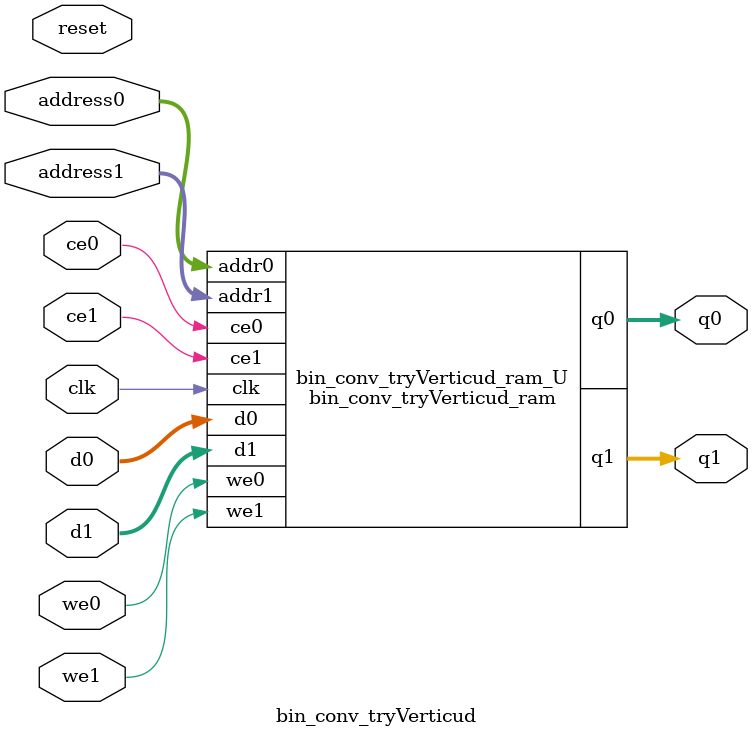
<source format=v>
`timescale 1 ns / 1 ps
module bin_conv_tryVerticud_ram (addr0, ce0, d0, we0, q0, addr1, ce1, d1, we1, q1,  clk);

parameter DWIDTH = 2;
parameter AWIDTH = 10;
parameter MEM_SIZE = 800;

input[AWIDTH-1:0] addr0;
input ce0;
input[DWIDTH-1:0] d0;
input we0;
output reg[DWIDTH-1:0] q0;
input[AWIDTH-1:0] addr1;
input ce1;
input[DWIDTH-1:0] d1;
input we1;
output reg[DWIDTH-1:0] q1;
input clk;

(* ram_style = "block" *)reg [DWIDTH-1:0] ram[0:MEM_SIZE-1];




always @(posedge clk)  
begin 
    if (ce0) 
    begin
        if (we0) 
        begin 
            ram[addr0] <= d0; 
        end 
        q0 <= ram[addr0];
    end
end


always @(posedge clk)  
begin 
    if (ce1) 
    begin
        if (we1) 
        begin 
            ram[addr1] <= d1; 
        end 
        q1 <= ram[addr1];
    end
end


endmodule

`timescale 1 ns / 1 ps
module bin_conv_tryVerticud(
    reset,
    clk,
    address0,
    ce0,
    we0,
    d0,
    q0,
    address1,
    ce1,
    we1,
    d1,
    q1);

parameter DataWidth = 32'd2;
parameter AddressRange = 32'd800;
parameter AddressWidth = 32'd10;
input reset;
input clk;
input[AddressWidth - 1:0] address0;
input ce0;
input we0;
input[DataWidth - 1:0] d0;
output[DataWidth - 1:0] q0;
input[AddressWidth - 1:0] address1;
input ce1;
input we1;
input[DataWidth - 1:0] d1;
output[DataWidth - 1:0] q1;



bin_conv_tryVerticud_ram bin_conv_tryVerticud_ram_U(
    .clk( clk ),
    .addr0( address0 ),
    .ce0( ce0 ),
    .we0( we0 ),
    .d0( d0 ),
    .q0( q0 ),
    .addr1( address1 ),
    .ce1( ce1 ),
    .we1( we1 ),
    .d1( d1 ),
    .q1( q1 ));

endmodule


</source>
